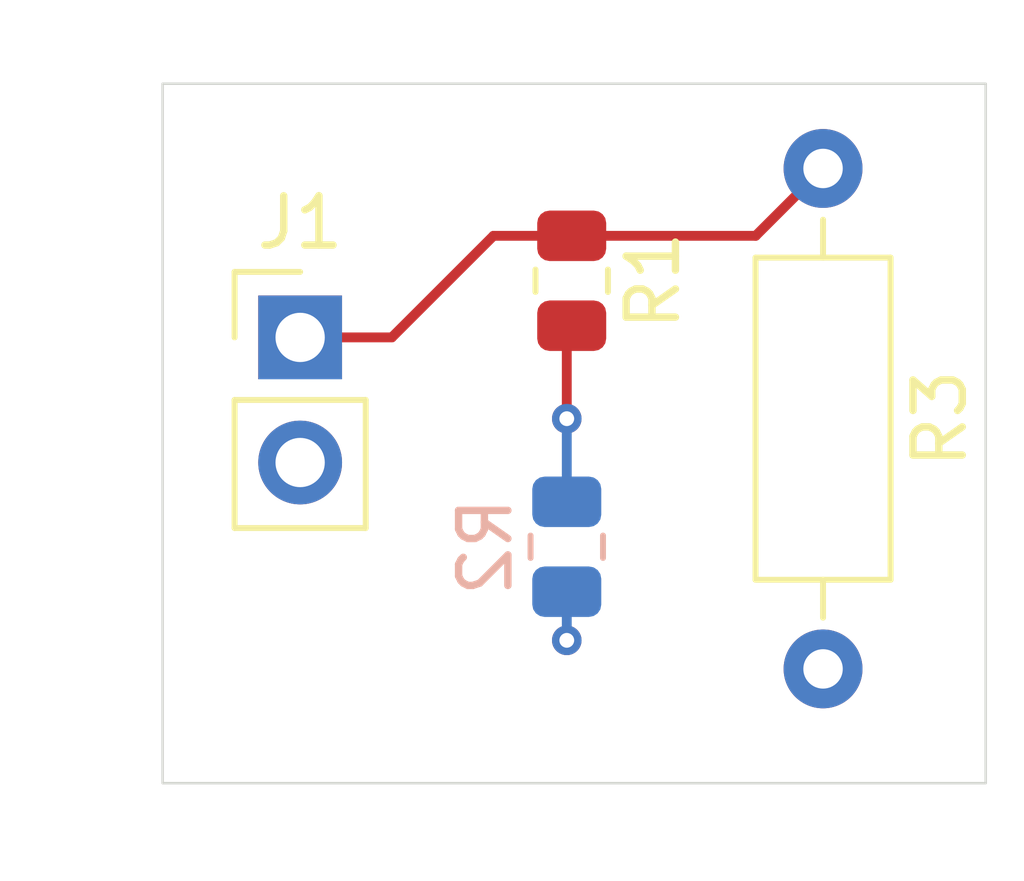
<source format=kicad_pcb>
(kicad_pcb (version 20240108) (generator "pcbnew") (generator_version "8.0")
  (layers (0 "F.Cu" signal) (1 "In1.Cu" signal) (2 "In2.Cu" signal) (31 "B.Cu" signal) (34 "B.Paste" user) (35 "F.Paste" user) (36 "B.SilkS" user "B.Silkscreen") (37 "F.SilkS" user "F.Silkscreen") (38 "B.Mask" user) (39 "F.Mask" user) (44 "Edge.Cuts" user))
  (net 0 "")
  (net 1 "Net-(J1-Pin_1)")
  (net 2 "GND")
  (net 3 "Net-(R1-Pad2)")
  (footprint "Resistor_SMD:R_0805_2012Metric" (layer "F.Cu") (at 118.9 103.1 -90)
    (property "Reference" "R1" (at 0 -1.65 90) (layer "F.SilkS"))
    (property "Value" "R")
    (fp_line (start -0.227064 0.735) (end 0.227064 0.735) (stroke (width 0.12)) (layer "F.SilkS"))
    (fp_line (start -0.227064 -0.735) (end 0.227064 -0.735) (stroke (width 0.12)) (layer "F.SilkS"))
    (pad "1" smd roundrect (at -0.9125 0 270) (size 1.025 1.4) (layers "F.Cu" "F.Paste" "F.Mask") (roundrect_rratio 0.243902) (net 1 "Net-(J1-Pin_1)"))
    (pad "2" smd roundrect (at 0.9125 0 270) (size 1.025 1.4) (layers "F.Cu" "F.Paste" "F.Mask") (roundrect_rratio 0.243902) (net 3 "Net-(R1-Pad2)"))
  )
  (footprint "Connector_PinHeader_2.54mm:PinHeader_1x02_P2.54mm_Vertical" (layer "F.Cu") (at 113.39 104.25)
    (property "Reference" "J1" (at 0 -2.33 0) (layer "F.SilkS"))
    (property "Value" "VSRC")
    (fp_line (start -1.33 -1.33) (end 0 -1.33) (stroke (width 0.12)) (layer "F.SilkS"))
    (fp_line (start -1.33 0) (end -1.33 -1.33) (stroke (width 0.12)) (layer "F.SilkS"))
    (fp_line (start -1.33 1.27) (end -1.33 3.87) (stroke (width 0.12)) (layer "F.SilkS"))
    (fp_line (start -1.33 1.27) (end 1.33 1.27) (stroke (width 0.12)) (layer "F.SilkS"))
    (fp_line (start -1.33 3.87) (end 1.33 3.87) (stroke (width 0.12)) (layer "F.SilkS"))
    (fp_line (start 1.33 1.27) (end 1.33 3.87) (stroke (width 0.12)) (layer "F.SilkS"))
    (pad "1" thru_hole rect (at 0 0) (size 1.7 1.7) (drill 1) (layers "*.Cu" "*.Mask") (net 1 "Net-(J1-Pin_1)"))
    (pad "2" thru_hole oval (at 0 2.54) (size 1.7 1.7) (drill 1) (layers "*.Cu" "*.Mask") (net 2 "GND"))
  )
  (footprint "Resistor_THT:R_Axial_DIN0207_L6.3mm_D2.5mm_P10.16mm_Horizontal" (layer "F.Cu") (at 124 100.82 -90)
    (property "Reference" "R3" (at 5.08 -2.37 90) (layer "F.SilkS"))
    (property "Value" "R")
    (fp_line (start 1.81 1.37) (end 8.35 1.37) (stroke (width 0.12)) (layer "F.SilkS"))
    (fp_line (start 8.35 1.37) (end 8.35 -1.37) (stroke (width 0.12)) (layer "F.SilkS"))
    (fp_line (start 1.04 0) (end 1.81 0) (stroke (width 0.12)) (layer "F.SilkS"))
    (fp_line (start 9.12 0) (end 8.35 0) (stroke (width 0.12)) (layer "F.SilkS"))
    (fp_line (start 1.81 -1.37) (end 1.81 1.37) (stroke (width 0.12)) (layer "F.SilkS"))
    (fp_line (start 8.35 -1.37) (end 1.81 -1.37) (stroke (width 0.12)) (layer "F.SilkS"))
    (pad "1" thru_hole circle (at 0 0 270) (size 1.6 1.6) (drill 0.8) (layers "*.Cu" "*.Mask") (net 1 "Net-(J1-Pin_1)"))
    (pad "2" thru_hole oval (at 10.16 0 270) (size 1.6 1.6) (drill 0.8) (layers "*.Cu" "*.Mask") (net 2 "GND"))
  )
  (footprint "Resistor_SMD:R_0805_2012Metric" (layer "B.Cu") (at 118.8 108.5 -90)
    (property "Reference" "R2" (at 0 1.65 90) (layer "B.SilkS") (effects (justify mirror)))
    (property "Value" "R")
    (fp_line (start 0.227064 0.735) (end -0.227064 0.735) (stroke (width 0.12)) (layer "B.SilkS"))
    (fp_line (start 0.227064 -0.735) (end -0.227064 -0.735) (stroke (width 0.12)) (layer "B.SilkS"))
    (pad "1" smd roundrect (at -0.9125 0 270) (size 1.025 1.4) (layers "B.Cu" "B.Paste" "B.Mask") (roundrect_rratio 0.243902) (net 3 "Net-(R1-Pad2)"))
    (pad "2" smd roundrect (at 0.9125 0 270) (size 1.025 1.4) (layers "B.Cu" "B.Paste" "B.Mask") (roundrect_rratio 0.243902) (net 2 "GND"))
  )
  (gr_rect (start 110.6 99.1) (end 127.3 113.3) (stroke (width 0.05)) (fill none) (layer "Edge.Cuts"))
  (segment (start 118.9 102.1875) (end 122.6325 102.1875) (width 0.2) (layer "F.Cu") (net 1))
  (segment (start 115.25 104.25) (end 117.3125 102.1875) (width 0.2) (layer "F.Cu") (net 1))
  (segment (start 113.39 104.25) (end 115.25 104.25) (width 0.2) (layer "F.Cu") (net 1))
  (segment (start 122.6325 102.1875) (end 124 100.82) (width 0.2) (layer "F.Cu") (net 1))
  (segment (start 117.3125 102.1875) (end 118.9 102.1875) (width 0.2) (layer "F.Cu") (net 1))
  (via (at 118.8 110.4) (size 0.6) (drill 0.3) (layers "F.Cu" "B.Cu") (net 2))
  (segment (start 118.8 109.4125) (end 118.8 110.4) (width 0.2) (layer "B.Cu") (net 2))
  (segment (start 118.8 104.1125) (end 118.9 104.0125) (width 0.2) (layer "F.Cu") (net 3))
  (segment (start 118.8 105.9) (end 118.8 104.1125) (width 0.2) (layer "F.Cu") (net 3))
  (via (at 118.8 105.9) (size 0.6) (drill 0.3) (layers "F.Cu" "B.Cu") (net 3))
  (segment (start 118.8 107.5875) (end 118.8 105.9) (width 0.2) (layer "B.Cu") (net 3))
)
</source>
